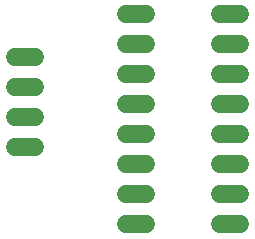
<source format=gbr>
G04 EAGLE Gerber RS-274X export*
G75*
%MOMM*%
%FSLAX34Y34*%
%LPD*%
%INBottom Copper*%
%IPPOS*%
%AMOC8*
5,1,8,0,0,1.08239X$1,22.5*%
G01*
%ADD10C,1.524000*%


D10*
X90082Y101400D02*
X73318Y101400D01*
X73318Y126800D02*
X90082Y126800D01*
X90082Y152200D02*
X73318Y152200D01*
X73318Y177600D02*
X90082Y177600D01*
X167118Y213400D02*
X183882Y213400D01*
X183882Y188000D02*
X167118Y188000D01*
X167118Y162600D02*
X183882Y162600D01*
X183882Y137200D02*
X167118Y137200D01*
X167118Y111800D02*
X183882Y111800D01*
X183882Y86400D02*
X167118Y86400D01*
X167118Y61000D02*
X183882Y61000D01*
X183882Y35600D02*
X167118Y35600D01*
X246918Y35600D02*
X263682Y35600D01*
X263682Y61000D02*
X246918Y61000D01*
X246918Y86400D02*
X263682Y86400D01*
X263682Y111800D02*
X246918Y111800D01*
X246918Y137200D02*
X263682Y137200D01*
X263682Y162600D02*
X246918Y162600D01*
X246918Y188000D02*
X263682Y188000D01*
X263682Y213400D02*
X246918Y213400D01*
M02*

</source>
